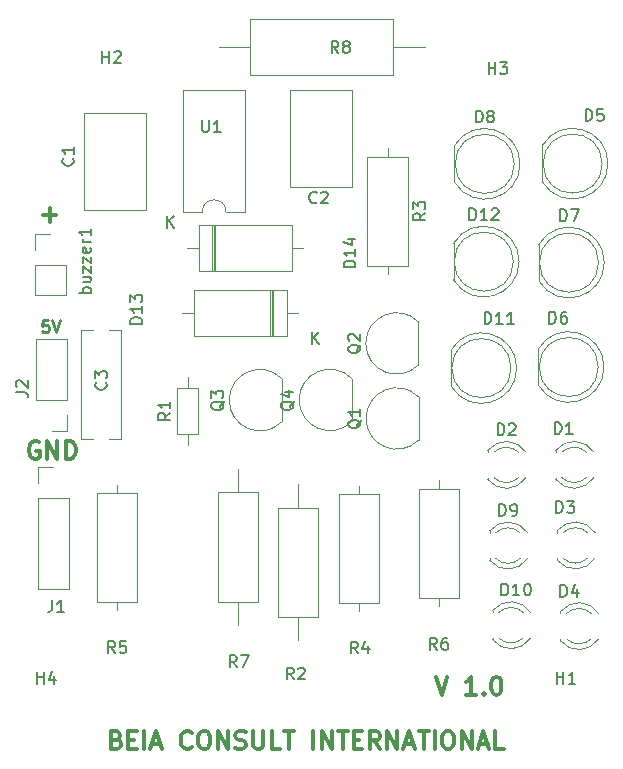
<source format=gbr>
%TF.GenerationSoftware,KiCad,Pcbnew,(5.1.10)-1*%
%TF.CreationDate,2021-11-22T13:12:16+02:00*%
%TF.ProjectId,25-station-led-alarm,32352d73-7461-4746-996f-6e2d6c65642d,rev?*%
%TF.SameCoordinates,Original*%
%TF.FileFunction,Legend,Top*%
%TF.FilePolarity,Positive*%
%FSLAX46Y46*%
G04 Gerber Fmt 4.6, Leading zero omitted, Abs format (unit mm)*
G04 Created by KiCad (PCBNEW (5.1.10)-1) date 2021-11-22 13:12:16*
%MOMM*%
%LPD*%
G01*
G04 APERTURE LIST*
%ADD10C,0.300000*%
%ADD11C,0.250000*%
%ADD12C,0.120000*%
%ADD13C,0.150000*%
G04 APERTURE END LIST*
D10*
X99385262Y-132701600D02*
X99242405Y-132630171D01*
X99028120Y-132630171D01*
X98813834Y-132701600D01*
X98670977Y-132844457D01*
X98599548Y-132987314D01*
X98528120Y-133273028D01*
X98528120Y-133487314D01*
X98599548Y-133773028D01*
X98670977Y-133915885D01*
X98813834Y-134058742D01*
X99028120Y-134130171D01*
X99170977Y-134130171D01*
X99385262Y-134058742D01*
X99456691Y-133987314D01*
X99456691Y-133487314D01*
X99170977Y-133487314D01*
X100099548Y-134130171D02*
X100099548Y-132630171D01*
X100956691Y-134130171D01*
X100956691Y-132630171D01*
X101670977Y-134130171D02*
X101670977Y-132630171D01*
X102028120Y-132630171D01*
X102242405Y-132701600D01*
X102385262Y-132844457D01*
X102456691Y-132987314D01*
X102528120Y-133273028D01*
X102528120Y-133487314D01*
X102456691Y-133773028D01*
X102385262Y-133915885D01*
X102242405Y-134058742D01*
X102028120Y-134130171D01*
X101670977Y-134130171D01*
X132982057Y-152574251D02*
X133482057Y-154074251D01*
X133982057Y-152574251D01*
X136410628Y-154074251D02*
X135553485Y-154074251D01*
X135982057Y-154074251D02*
X135982057Y-152574251D01*
X135839200Y-152788537D01*
X135696342Y-152931394D01*
X135553485Y-153002822D01*
X137053485Y-153931394D02*
X137124914Y-154002822D01*
X137053485Y-154074251D01*
X136982057Y-154002822D01*
X137053485Y-153931394D01*
X137053485Y-154074251D01*
X138053485Y-152574251D02*
X138196342Y-152574251D01*
X138339200Y-152645680D01*
X138410628Y-152717108D01*
X138482057Y-152859965D01*
X138553485Y-153145680D01*
X138553485Y-153502822D01*
X138482057Y-153788537D01*
X138410628Y-153931394D01*
X138339200Y-154002822D01*
X138196342Y-154074251D01*
X138053485Y-154074251D01*
X137910628Y-154002822D01*
X137839200Y-153931394D01*
X137767771Y-153788537D01*
X137696342Y-153502822D01*
X137696342Y-153145680D01*
X137767771Y-152859965D01*
X137839200Y-152717108D01*
X137910628Y-152645680D01*
X138053485Y-152574251D01*
D11*
X100203023Y-122388380D02*
X99726833Y-122388380D01*
X99679214Y-122864571D01*
X99726833Y-122816952D01*
X99822071Y-122769333D01*
X100060166Y-122769333D01*
X100155404Y-122816952D01*
X100203023Y-122864571D01*
X100250642Y-122959809D01*
X100250642Y-123197904D01*
X100203023Y-123293142D01*
X100155404Y-123340761D01*
X100060166Y-123388380D01*
X99822071Y-123388380D01*
X99726833Y-123340761D01*
X99679214Y-123293142D01*
X100536357Y-122388380D02*
X100869690Y-123388380D01*
X101203023Y-122388380D01*
D10*
X99733171Y-113480042D02*
X100876028Y-113480042D01*
X100304600Y-114051471D02*
X100304600Y-112908614D01*
X105964285Y-157892857D02*
X106178571Y-157964285D01*
X106250000Y-158035714D01*
X106321428Y-158178571D01*
X106321428Y-158392857D01*
X106250000Y-158535714D01*
X106178571Y-158607142D01*
X106035714Y-158678571D01*
X105464285Y-158678571D01*
X105464285Y-157178571D01*
X105964285Y-157178571D01*
X106107142Y-157250000D01*
X106178571Y-157321428D01*
X106250000Y-157464285D01*
X106250000Y-157607142D01*
X106178571Y-157750000D01*
X106107142Y-157821428D01*
X105964285Y-157892857D01*
X105464285Y-157892857D01*
X106964285Y-157892857D02*
X107464285Y-157892857D01*
X107678571Y-158678571D02*
X106964285Y-158678571D01*
X106964285Y-157178571D01*
X107678571Y-157178571D01*
X108321428Y-158678571D02*
X108321428Y-157178571D01*
X108964285Y-158250000D02*
X109678571Y-158250000D01*
X108821428Y-158678571D02*
X109321428Y-157178571D01*
X109821428Y-158678571D01*
X112321428Y-158535714D02*
X112250000Y-158607142D01*
X112035714Y-158678571D01*
X111892857Y-158678571D01*
X111678571Y-158607142D01*
X111535714Y-158464285D01*
X111464285Y-158321428D01*
X111392857Y-158035714D01*
X111392857Y-157821428D01*
X111464285Y-157535714D01*
X111535714Y-157392857D01*
X111678571Y-157250000D01*
X111892857Y-157178571D01*
X112035714Y-157178571D01*
X112250000Y-157250000D01*
X112321428Y-157321428D01*
X113250000Y-157178571D02*
X113535714Y-157178571D01*
X113678571Y-157250000D01*
X113821428Y-157392857D01*
X113892857Y-157678571D01*
X113892857Y-158178571D01*
X113821428Y-158464285D01*
X113678571Y-158607142D01*
X113535714Y-158678571D01*
X113250000Y-158678571D01*
X113107142Y-158607142D01*
X112964285Y-158464285D01*
X112892857Y-158178571D01*
X112892857Y-157678571D01*
X112964285Y-157392857D01*
X113107142Y-157250000D01*
X113250000Y-157178571D01*
X114535714Y-158678571D02*
X114535714Y-157178571D01*
X115392857Y-158678571D01*
X115392857Y-157178571D01*
X116035714Y-158607142D02*
X116250000Y-158678571D01*
X116607142Y-158678571D01*
X116750000Y-158607142D01*
X116821428Y-158535714D01*
X116892857Y-158392857D01*
X116892857Y-158250000D01*
X116821428Y-158107142D01*
X116750000Y-158035714D01*
X116607142Y-157964285D01*
X116321428Y-157892857D01*
X116178571Y-157821428D01*
X116107142Y-157750000D01*
X116035714Y-157607142D01*
X116035714Y-157464285D01*
X116107142Y-157321428D01*
X116178571Y-157250000D01*
X116321428Y-157178571D01*
X116678571Y-157178571D01*
X116892857Y-157250000D01*
X117535714Y-157178571D02*
X117535714Y-158392857D01*
X117607142Y-158535714D01*
X117678571Y-158607142D01*
X117821428Y-158678571D01*
X118107142Y-158678571D01*
X118250000Y-158607142D01*
X118321428Y-158535714D01*
X118392857Y-158392857D01*
X118392857Y-157178571D01*
X119821428Y-158678571D02*
X119107142Y-158678571D01*
X119107142Y-157178571D01*
X120107142Y-157178571D02*
X120964285Y-157178571D01*
X120535714Y-158678571D02*
X120535714Y-157178571D01*
X122607142Y-158678571D02*
X122607142Y-157178571D01*
X123321428Y-158678571D02*
X123321428Y-157178571D01*
X124178571Y-158678571D01*
X124178571Y-157178571D01*
X124678571Y-157178571D02*
X125535714Y-157178571D01*
X125107142Y-158678571D02*
X125107142Y-157178571D01*
X126035714Y-157892857D02*
X126535714Y-157892857D01*
X126749999Y-158678571D02*
X126035714Y-158678571D01*
X126035714Y-157178571D01*
X126749999Y-157178571D01*
X128249999Y-158678571D02*
X127749999Y-157964285D01*
X127392857Y-158678571D02*
X127392857Y-157178571D01*
X127964285Y-157178571D01*
X128107142Y-157250000D01*
X128178571Y-157321428D01*
X128249999Y-157464285D01*
X128249999Y-157678571D01*
X128178571Y-157821428D01*
X128107142Y-157892857D01*
X127964285Y-157964285D01*
X127392857Y-157964285D01*
X128892857Y-158678571D02*
X128892857Y-157178571D01*
X129749999Y-158678571D01*
X129749999Y-157178571D01*
X130392857Y-158250000D02*
X131107142Y-158250000D01*
X130249999Y-158678571D02*
X130749999Y-157178571D01*
X131249999Y-158678571D01*
X131535714Y-157178571D02*
X132392857Y-157178571D01*
X131964285Y-158678571D02*
X131964285Y-157178571D01*
X132892857Y-158678571D02*
X132892857Y-157178571D01*
X133892857Y-157178571D02*
X134178571Y-157178571D01*
X134321428Y-157250000D01*
X134464285Y-157392857D01*
X134535714Y-157678571D01*
X134535714Y-158178571D01*
X134464285Y-158464285D01*
X134321428Y-158607142D01*
X134178571Y-158678571D01*
X133892857Y-158678571D01*
X133749999Y-158607142D01*
X133607142Y-158464285D01*
X133535714Y-158178571D01*
X133535714Y-157678571D01*
X133607142Y-157392857D01*
X133749999Y-157250000D01*
X133892857Y-157178571D01*
X135178571Y-158678571D02*
X135178571Y-157178571D01*
X136035714Y-158678571D01*
X136035714Y-157178571D01*
X136678571Y-158250000D02*
X137392857Y-158250000D01*
X136535714Y-158678571D02*
X137035714Y-157178571D01*
X137535714Y-158678571D01*
X138750000Y-158678571D02*
X138035714Y-158678571D01*
X138035714Y-157178571D01*
D12*
%TO.C,R4*%
X126507240Y-147006440D02*
X126507240Y-146316440D01*
X126507240Y-136386440D02*
X126507240Y-137076440D01*
X128227240Y-146316440D02*
X128227240Y-137076440D01*
X124787240Y-146316440D02*
X128227240Y-146316440D01*
X124787240Y-137076440D02*
X124787240Y-146316440D01*
X128227240Y-137076440D02*
X124787240Y-137076440D01*
%TO.C,buzzer1*%
X99025400Y-120278200D02*
X101685400Y-120278200D01*
X99025400Y-117678200D02*
X99025400Y-120278200D01*
X101685400Y-117678200D02*
X101685400Y-120278200D01*
X99025400Y-117678200D02*
X101685400Y-117678200D01*
X99025400Y-116408200D02*
X99025400Y-115078200D01*
X99025400Y-115078200D02*
X100355400Y-115078200D01*
%TO.C,J2*%
X101797160Y-131751380D02*
X100467160Y-131751380D01*
X101797160Y-130421380D02*
X101797160Y-131751380D01*
X101797160Y-129151380D02*
X99137160Y-129151380D01*
X99137160Y-129151380D02*
X99137160Y-124011380D01*
X101797160Y-129151380D02*
X101797160Y-124011380D01*
X101797160Y-124011380D02*
X99137160Y-124011380D01*
%TO.C,J1*%
X99276860Y-134839400D02*
X100606860Y-134839400D01*
X99276860Y-136169400D02*
X99276860Y-134839400D01*
X99276860Y-137439400D02*
X101936860Y-137439400D01*
X101936860Y-137439400D02*
X101936860Y-145119400D01*
X99276860Y-137439400D02*
X99276860Y-145119400D01*
X99276860Y-145119400D02*
X101936860Y-145119400D01*
%TO.C,D13*%
X119239000Y-123687600D02*
X119239000Y-119847600D01*
X118999000Y-123687600D02*
X118999000Y-119847600D01*
X119119000Y-123687600D02*
X119119000Y-119847600D01*
X111549000Y-121767600D02*
X112539000Y-121767600D01*
X121369000Y-121767600D02*
X120379000Y-121767600D01*
X112539000Y-123687600D02*
X120379000Y-123687600D01*
X112539000Y-119847600D02*
X112539000Y-123687600D01*
X120379000Y-119847600D02*
X112539000Y-119847600D01*
X120379000Y-123687600D02*
X120379000Y-119847600D01*
%TO.C,R5*%
X104280000Y-146270000D02*
X107720000Y-146270000D01*
X107720000Y-146270000D02*
X107720000Y-137030000D01*
X107720000Y-137030000D02*
X104280000Y-137030000D01*
X104280000Y-137030000D02*
X104280000Y-146270000D01*
X106000000Y-146960000D02*
X106000000Y-146270000D01*
X106000000Y-136340000D02*
X106000000Y-137030000D01*
%TO.C,R2*%
X121335800Y-149442300D02*
X121335800Y-147482300D01*
X121335800Y-136282300D02*
X121335800Y-138242300D01*
X123055800Y-147482300D02*
X123055800Y-138242300D01*
X119615800Y-147482300D02*
X123055800Y-147482300D01*
X119615800Y-138242300D02*
X119615800Y-147482300D01*
X123055800Y-138242300D02*
X119615800Y-138242300D01*
%TO.C,R7*%
X117963100Y-136959600D02*
X114523100Y-136959600D01*
X114523100Y-136959600D02*
X114523100Y-146199600D01*
X114523100Y-146199600D02*
X117963100Y-146199600D01*
X117963100Y-146199600D02*
X117963100Y-136959600D01*
X116243100Y-134999600D02*
X116243100Y-136959600D01*
X116243100Y-148159600D02*
X116243100Y-146199600D01*
%TO.C,C3*%
X105313000Y-123176600D02*
X106369000Y-123176600D01*
X102927000Y-123176600D02*
X103983000Y-123176600D01*
X105313000Y-132416600D02*
X106369000Y-132416600D01*
X102927000Y-132416600D02*
X103983000Y-132416600D01*
X106369000Y-132416600D02*
X106369000Y-123176600D01*
X102927000Y-132416600D02*
X102927000Y-123176600D01*
%TO.C,D1*%
X143151420Y-133394160D02*
X143151420Y-133550160D01*
X143151420Y-135710160D02*
X143151420Y-135866160D01*
X146383755Y-133551552D02*
G75*
G03*
X143151420Y-133394644I-1672335J-1078608D01*
G01*
X146383755Y-135708768D02*
G75*
G02*
X143151420Y-135865676I-1672335J1078608D01*
G01*
X145752550Y-133550323D02*
G75*
G03*
X143670459Y-133550160I-1041130J-1079837D01*
G01*
X145752550Y-135709997D02*
G75*
G02*
X143670459Y-135710160I-1041130J1079837D01*
G01*
%TO.C,D2*%
X137400860Y-135715240D02*
X137400860Y-135871240D01*
X137400860Y-133399240D02*
X137400860Y-133555240D01*
X140633195Y-133556632D02*
G75*
G03*
X137400860Y-133399724I-1672335J-1078608D01*
G01*
X140633195Y-135713848D02*
G75*
G02*
X137400860Y-135870756I-1672335J1078608D01*
G01*
X140001990Y-133555403D02*
G75*
G03*
X137919899Y-133555240I-1041130J-1079837D01*
G01*
X140001990Y-135715077D02*
G75*
G02*
X137919899Y-135715240I-1041130J1079837D01*
G01*
%TO.C,D3*%
X143253020Y-140214060D02*
X143253020Y-140370060D01*
X143253020Y-142530060D02*
X143253020Y-142686060D01*
X145854150Y-142529897D02*
G75*
G02*
X143772059Y-142530060I-1041130J1079837D01*
G01*
X145854150Y-140370223D02*
G75*
G03*
X143772059Y-140370060I-1041130J-1079837D01*
G01*
X146485355Y-142528668D02*
G75*
G02*
X143253020Y-142685576I-1672335J1078608D01*
G01*
X146485355Y-140371452D02*
G75*
G03*
X143253020Y-140214544I-1672335J-1078608D01*
G01*
%TO.C,D4*%
X143555280Y-149365200D02*
X143555280Y-149521200D01*
X143555280Y-147049200D02*
X143555280Y-147205200D01*
X146787615Y-147206592D02*
G75*
G03*
X143555280Y-147049684I-1672335J-1078608D01*
G01*
X146787615Y-149363808D02*
G75*
G02*
X143555280Y-149520716I-1672335J1078608D01*
G01*
X146156410Y-147205363D02*
G75*
G03*
X144074319Y-147205200I-1041130J-1079837D01*
G01*
X146156410Y-149365037D02*
G75*
G02*
X144074319Y-149365200I-1041130J1079837D01*
G01*
%TO.C,D5*%
X147084469Y-109123161D02*
G75*
G03*
X147084469Y-109123161I-2500000J0D01*
G01*
X142024469Y-107578161D02*
X142024469Y-110668161D01*
X147574469Y-109122699D02*
G75*
G02*
X142024469Y-110667991I-2990000J-462D01*
G01*
X147574469Y-109123623D02*
G75*
G03*
X142024469Y-107578331I-2990000J462D01*
G01*
%TO.C,D6*%
X141689140Y-124799680D02*
X141689140Y-127889680D01*
X146749140Y-126344680D02*
G75*
G03*
X146749140Y-126344680I-2500000J0D01*
G01*
X147239140Y-126345142D02*
G75*
G03*
X141689140Y-124799850I-2990000J462D01*
G01*
X147239140Y-126344218D02*
G75*
G02*
X141689140Y-127889510I-2990000J-462D01*
G01*
%TO.C,D7*%
X146774540Y-117502940D02*
G75*
G03*
X146774540Y-117502940I-2500000J0D01*
G01*
X141714540Y-115957940D02*
X141714540Y-119047940D01*
X147264540Y-117502478D02*
G75*
G02*
X141714540Y-119047770I-2990000J-462D01*
G01*
X147264540Y-117503402D02*
G75*
G03*
X141714540Y-115958110I-2990000J462D01*
G01*
%TO.C,D8*%
X134577140Y-107598800D02*
X134577140Y-110688800D01*
X139637140Y-109143800D02*
G75*
G03*
X139637140Y-109143800I-2500000J0D01*
G01*
X140127140Y-109144262D02*
G75*
G03*
X134577140Y-107598970I-2990000J462D01*
G01*
X140127140Y-109143338D02*
G75*
G02*
X134577140Y-110688630I-2990000J-462D01*
G01*
%TO.C,D9*%
X137545640Y-142545300D02*
X137545640Y-142701300D01*
X137545640Y-140229300D02*
X137545640Y-140385300D01*
X140777975Y-140386692D02*
G75*
G03*
X137545640Y-140229784I-1672335J-1078608D01*
G01*
X140777975Y-142543908D02*
G75*
G02*
X137545640Y-142700816I-1672335J1078608D01*
G01*
X140146770Y-140385463D02*
G75*
G03*
X138064679Y-140385300I-1041130J-1079837D01*
G01*
X140146770Y-142545137D02*
G75*
G02*
X138064679Y-142545300I-1041130J1079837D01*
G01*
%TO.C,D10*%
X137802180Y-146970460D02*
X137802180Y-147126460D01*
X137802180Y-149286460D02*
X137802180Y-149442460D01*
X140403310Y-149286297D02*
G75*
G02*
X138321219Y-149286460I-1041130J1079837D01*
G01*
X140403310Y-147126623D02*
G75*
G03*
X138321219Y-147126460I-1041130J-1079837D01*
G01*
X141034515Y-149285068D02*
G75*
G02*
X137802180Y-149441976I-1672335J1078608D01*
G01*
X141034515Y-147127852D02*
G75*
G03*
X137802180Y-146970944I-1672335J-1078608D01*
G01*
%TO.C,D11*%
X139360280Y-126436120D02*
G75*
G03*
X139360280Y-126436120I-2500000J0D01*
G01*
X134300280Y-124891120D02*
X134300280Y-127981120D01*
X139850280Y-126435658D02*
G75*
G02*
X134300280Y-127980950I-2990000J-462D01*
G01*
X139850280Y-126436582D02*
G75*
G03*
X134300280Y-124891290I-2990000J462D01*
G01*
%TO.C,D12*%
X134498400Y-115879200D02*
X134498400Y-118969200D01*
X139558400Y-117424200D02*
G75*
G03*
X139558400Y-117424200I-2500000J0D01*
G01*
X140048400Y-117424662D02*
G75*
G03*
X134498400Y-115879370I-2990000J462D01*
G01*
X140048400Y-117423738D02*
G75*
G02*
X134498400Y-118969030I-2990000J-462D01*
G01*
%TO.C,R3*%
X128927860Y-118461920D02*
X128927860Y-117771920D01*
X128927860Y-107841920D02*
X128927860Y-108531920D01*
X130647860Y-117771920D02*
X130647860Y-108531920D01*
X127207860Y-117771920D02*
X130647860Y-117771920D01*
X127207860Y-108531920D02*
X127207860Y-117771920D01*
X130647860Y-108531920D02*
X127207860Y-108531920D01*
%TO.C,R6*%
X131556340Y-145871940D02*
X134996340Y-145871940D01*
X134996340Y-145871940D02*
X134996340Y-136631940D01*
X134996340Y-136631940D02*
X131556340Y-136631940D01*
X131556340Y-136631940D02*
X131556340Y-145871940D01*
X133276340Y-146561940D02*
X133276340Y-145871940D01*
X133276340Y-135941940D02*
X133276340Y-136631940D01*
%TO.C,C1*%
X103234500Y-104809800D02*
X108474500Y-104809800D01*
X103234500Y-113049800D02*
X108474500Y-113049800D01*
X108474500Y-113049800D02*
X108474500Y-104809800D01*
X103234500Y-113049800D02*
X103234500Y-104809800D01*
%TO.C,C2*%
X120620800Y-111144800D02*
X120620800Y-102904800D01*
X125860800Y-111144800D02*
X125860800Y-102904800D01*
X120620800Y-111144800D02*
X125860800Y-111144800D01*
X120620800Y-102904800D02*
X125860800Y-102904800D01*
%TO.C,D14*%
X114085400Y-114361200D02*
X114085400Y-118201200D01*
X114325400Y-114361200D02*
X114325400Y-118201200D01*
X114205400Y-114361200D02*
X114205400Y-118201200D01*
X121775400Y-116281200D02*
X120785400Y-116281200D01*
X111955400Y-116281200D02*
X112945400Y-116281200D01*
X120785400Y-114361200D02*
X112945400Y-114361200D01*
X120785400Y-118201200D02*
X120785400Y-114361200D01*
X112945400Y-118201200D02*
X120785400Y-118201200D01*
X112945400Y-114361200D02*
X112945400Y-118201200D01*
%TO.C,R1*%
X111975900Y-127190700D02*
X111975900Y-128140700D01*
X111975900Y-132930700D02*
X111975900Y-131980700D01*
X111055900Y-128140700D02*
X111055900Y-131980700D01*
X112895900Y-128140700D02*
X111055900Y-128140700D01*
X112895900Y-131980700D02*
X112895900Y-128140700D01*
X111055900Y-131980700D02*
X112895900Y-131980700D01*
%TO.C,R8*%
X114622400Y-99212400D02*
X117272400Y-99212400D01*
X132062400Y-99212400D02*
X129412400Y-99212400D01*
X117272400Y-101582400D02*
X129412400Y-101582400D01*
X117272400Y-96842400D02*
X117272400Y-101582400D01*
X129412400Y-96842400D02*
X117272400Y-96842400D01*
X129412400Y-101582400D02*
X129412400Y-96842400D01*
%TO.C,U1*%
X111573800Y-113191600D02*
X113223800Y-113191600D01*
X111573800Y-102911600D02*
X111573800Y-113191600D01*
X116873800Y-102911600D02*
X111573800Y-102911600D01*
X116873800Y-113191600D02*
X116873800Y-102911600D01*
X115223800Y-113191600D02*
X116873800Y-113191600D01*
X113223800Y-113191600D02*
G75*
G02*
X115223800Y-113191600I1000000J0D01*
G01*
%TO.C,Q1*%
X131530878Y-128864842D02*
G75*
G03*
X127092400Y-130703320I-1838478J-1838478D01*
G01*
X131530878Y-132541798D02*
G75*
G02*
X127092400Y-130703320I-1838478J1838478D01*
G01*
X131542400Y-132503320D02*
X131542400Y-128903320D01*
%TO.C,Q2*%
X131522080Y-126148240D02*
X131522080Y-122548240D01*
X131510558Y-126186718D02*
G75*
G02*
X127072080Y-124348240I-1838478J1838478D01*
G01*
X131510558Y-122509762D02*
G75*
G03*
X127072080Y-124348240I-1838478J-1838478D01*
G01*
%TO.C,Q3*%
X119954920Y-130948840D02*
X119954920Y-127348840D01*
X119943398Y-130987318D02*
G75*
G02*
X115504920Y-129148840I-1838478J1838478D01*
G01*
X119943398Y-127310362D02*
G75*
G03*
X115504920Y-129148840I-1838478J-1838478D01*
G01*
%TO.C,Q4*%
X125866678Y-127295122D02*
G75*
G03*
X121428200Y-129133600I-1838478J-1838478D01*
G01*
X125866678Y-130972078D02*
G75*
G02*
X121428200Y-129133600I-1838478J1838478D01*
G01*
X125878200Y-130933600D02*
X125878200Y-127333600D01*
%TO.C,R4*%
D13*
X126391373Y-150591780D02*
X126058040Y-150115590D01*
X125819944Y-150591780D02*
X125819944Y-149591780D01*
X126200897Y-149591780D01*
X126296135Y-149639400D01*
X126343754Y-149687019D01*
X126391373Y-149782257D01*
X126391373Y-149925114D01*
X126343754Y-150020352D01*
X126296135Y-150067971D01*
X126200897Y-150115590D01*
X125819944Y-150115590D01*
X127248516Y-149925114D02*
X127248516Y-150591780D01*
X127010420Y-149544161D02*
X126772325Y-150258447D01*
X127391373Y-150258447D01*
%TO.C,buzzer1*%
X103766880Y-120063876D02*
X102766880Y-120063876D01*
X103147833Y-120063876D02*
X103100214Y-119968638D01*
X103100214Y-119778161D01*
X103147833Y-119682923D01*
X103195452Y-119635304D01*
X103290690Y-119587685D01*
X103576404Y-119587685D01*
X103671642Y-119635304D01*
X103719261Y-119682923D01*
X103766880Y-119778161D01*
X103766880Y-119968638D01*
X103719261Y-120063876D01*
X103100214Y-118730542D02*
X103766880Y-118730542D01*
X103100214Y-119159114D02*
X103624023Y-119159114D01*
X103719261Y-119111495D01*
X103766880Y-119016257D01*
X103766880Y-118873400D01*
X103719261Y-118778161D01*
X103671642Y-118730542D01*
X103100214Y-118349590D02*
X103100214Y-117825780D01*
X103766880Y-118349590D01*
X103766880Y-117825780D01*
X103100214Y-117540066D02*
X103100214Y-117016257D01*
X103766880Y-117540066D01*
X103766880Y-117016257D01*
X103719261Y-116254352D02*
X103766880Y-116349590D01*
X103766880Y-116540066D01*
X103719261Y-116635304D01*
X103624023Y-116682923D01*
X103243071Y-116682923D01*
X103147833Y-116635304D01*
X103100214Y-116540066D01*
X103100214Y-116349590D01*
X103147833Y-116254352D01*
X103243071Y-116206733D01*
X103338309Y-116206733D01*
X103433547Y-116682923D01*
X103766880Y-115778161D02*
X103100214Y-115778161D01*
X103290690Y-115778161D02*
X103195452Y-115730542D01*
X103147833Y-115682923D01*
X103100214Y-115587685D01*
X103100214Y-115492447D01*
X103766880Y-114635304D02*
X103766880Y-115206733D01*
X103766880Y-114921019D02*
X102766880Y-114921019D01*
X102909738Y-115016257D01*
X103004976Y-115111495D01*
X103052595Y-115206733D01*
%TO.C,J2*%
X97432880Y-128463633D02*
X98147166Y-128463633D01*
X98290023Y-128511252D01*
X98385261Y-128606490D01*
X98432880Y-128749347D01*
X98432880Y-128844585D01*
X97528119Y-128035061D02*
X97480500Y-127987442D01*
X97432880Y-127892204D01*
X97432880Y-127654109D01*
X97480500Y-127558871D01*
X97528119Y-127511252D01*
X97623357Y-127463633D01*
X97718595Y-127463633D01*
X97861452Y-127511252D01*
X98432880Y-128082680D01*
X98432880Y-127463633D01*
%TO.C,J1*%
X100517366Y-146086580D02*
X100517366Y-146800866D01*
X100469747Y-146943723D01*
X100374509Y-147038961D01*
X100231652Y-147086580D01*
X100136414Y-147086580D01*
X101517366Y-147086580D02*
X100945938Y-147086580D01*
X101231652Y-147086580D02*
X101231652Y-146086580D01*
X101136414Y-146229438D01*
X101041176Y-146324676D01*
X100945938Y-146372295D01*
%TO.C,D13*%
X108135680Y-122689785D02*
X107135680Y-122689785D01*
X107135680Y-122451690D01*
X107183300Y-122308833D01*
X107278538Y-122213595D01*
X107373776Y-122165976D01*
X107564252Y-122118357D01*
X107707109Y-122118357D01*
X107897585Y-122165976D01*
X107992823Y-122213595D01*
X108088061Y-122308833D01*
X108135680Y-122451690D01*
X108135680Y-122689785D01*
X108135680Y-121165976D02*
X108135680Y-121737404D01*
X108135680Y-121451690D02*
X107135680Y-121451690D01*
X107278538Y-121546928D01*
X107373776Y-121642166D01*
X107421395Y-121737404D01*
X107135680Y-120832642D02*
X107135680Y-120213595D01*
X107516633Y-120546928D01*
X107516633Y-120404071D01*
X107564252Y-120308833D01*
X107611871Y-120261214D01*
X107707109Y-120213595D01*
X107945204Y-120213595D01*
X108040442Y-120261214D01*
X108088061Y-120308833D01*
X108135680Y-120404071D01*
X108135680Y-120689785D01*
X108088061Y-120785023D01*
X108040442Y-120832642D01*
X122547095Y-124419980D02*
X122547095Y-123419980D01*
X123118523Y-124419980D02*
X122689952Y-123848552D01*
X123118523Y-123419980D02*
X122547095Y-123991409D01*
%TO.C,R5*%
X105846033Y-150547880D02*
X105512700Y-150071690D01*
X105274604Y-150547880D02*
X105274604Y-149547880D01*
X105655557Y-149547880D01*
X105750795Y-149595500D01*
X105798414Y-149643119D01*
X105846033Y-149738357D01*
X105846033Y-149881214D01*
X105798414Y-149976452D01*
X105750795Y-150024071D01*
X105655557Y-150071690D01*
X105274604Y-150071690D01*
X106750795Y-149547880D02*
X106274604Y-149547880D01*
X106226985Y-150024071D01*
X106274604Y-149976452D01*
X106369842Y-149928833D01*
X106607938Y-149928833D01*
X106703176Y-149976452D01*
X106750795Y-150024071D01*
X106798414Y-150119309D01*
X106798414Y-150357404D01*
X106750795Y-150452642D01*
X106703176Y-150500261D01*
X106607938Y-150547880D01*
X106369842Y-150547880D01*
X106274604Y-150500261D01*
X106226985Y-150452642D01*
%TO.C,R2*%
X120971013Y-152801580D02*
X120637680Y-152325390D01*
X120399584Y-152801580D02*
X120399584Y-151801580D01*
X120780537Y-151801580D01*
X120875775Y-151849200D01*
X120923394Y-151896819D01*
X120971013Y-151992057D01*
X120971013Y-152134914D01*
X120923394Y-152230152D01*
X120875775Y-152277771D01*
X120780537Y-152325390D01*
X120399584Y-152325390D01*
X121351965Y-151896819D02*
X121399584Y-151849200D01*
X121494822Y-151801580D01*
X121732918Y-151801580D01*
X121828156Y-151849200D01*
X121875775Y-151896819D01*
X121923394Y-151992057D01*
X121923394Y-152087295D01*
X121875775Y-152230152D01*
X121304346Y-152801580D01*
X121923394Y-152801580D01*
%TO.C,R7*%
X116145013Y-151765260D02*
X115811680Y-151289070D01*
X115573584Y-151765260D02*
X115573584Y-150765260D01*
X115954537Y-150765260D01*
X116049775Y-150812880D01*
X116097394Y-150860499D01*
X116145013Y-150955737D01*
X116145013Y-151098594D01*
X116097394Y-151193832D01*
X116049775Y-151241451D01*
X115954537Y-151289070D01*
X115573584Y-151289070D01*
X116478346Y-150765260D02*
X117145013Y-150765260D01*
X116716441Y-151765260D01*
%TO.C,C3*%
X105043242Y-127636566D02*
X105090861Y-127684185D01*
X105138480Y-127827042D01*
X105138480Y-127922280D01*
X105090861Y-128065138D01*
X104995623Y-128160376D01*
X104900385Y-128207995D01*
X104709909Y-128255614D01*
X104567052Y-128255614D01*
X104376576Y-128207995D01*
X104281338Y-128160376D01*
X104186100Y-128065138D01*
X104138480Y-127922280D01*
X104138480Y-127827042D01*
X104186100Y-127684185D01*
X104233719Y-127636566D01*
X104138480Y-127303233D02*
X104138480Y-126684185D01*
X104519433Y-127017519D01*
X104519433Y-126874661D01*
X104567052Y-126779423D01*
X104614671Y-126731804D01*
X104709909Y-126684185D01*
X104948004Y-126684185D01*
X105043242Y-126731804D01*
X105090861Y-126779423D01*
X105138480Y-126874661D01*
X105138480Y-127160376D01*
X105090861Y-127255614D01*
X105043242Y-127303233D01*
%TO.C,D1*%
X143076704Y-132024380D02*
X143076704Y-131024380D01*
X143314800Y-131024380D01*
X143457657Y-131072000D01*
X143552895Y-131167238D01*
X143600514Y-131262476D01*
X143648133Y-131452952D01*
X143648133Y-131595809D01*
X143600514Y-131786285D01*
X143552895Y-131881523D01*
X143457657Y-131976761D01*
X143314800Y-132024380D01*
X143076704Y-132024380D01*
X144600514Y-132024380D02*
X144029085Y-132024380D01*
X144314800Y-132024380D02*
X144314800Y-131024380D01*
X144219561Y-131167238D01*
X144124323Y-131262476D01*
X144029085Y-131310095D01*
%TO.C,D2*%
X138222764Y-132127620D02*
X138222764Y-131127620D01*
X138460860Y-131127620D01*
X138603717Y-131175240D01*
X138698955Y-131270478D01*
X138746574Y-131365716D01*
X138794193Y-131556192D01*
X138794193Y-131699049D01*
X138746574Y-131889525D01*
X138698955Y-131984763D01*
X138603717Y-132080001D01*
X138460860Y-132127620D01*
X138222764Y-132127620D01*
X139175145Y-131222859D02*
X139222764Y-131175240D01*
X139318002Y-131127620D01*
X139556098Y-131127620D01*
X139651336Y-131175240D01*
X139698955Y-131222859D01*
X139746574Y-131318097D01*
X139746574Y-131413335D01*
X139698955Y-131556192D01*
X139127526Y-132127620D01*
X139746574Y-132127620D01*
%TO.C,D3*%
X143191004Y-138691880D02*
X143191004Y-137691880D01*
X143429100Y-137691880D01*
X143571957Y-137739500D01*
X143667195Y-137834738D01*
X143714814Y-137929976D01*
X143762433Y-138120452D01*
X143762433Y-138263309D01*
X143714814Y-138453785D01*
X143667195Y-138549023D01*
X143571957Y-138644261D01*
X143429100Y-138691880D01*
X143191004Y-138691880D01*
X144095766Y-137691880D02*
X144714814Y-137691880D01*
X144381480Y-138072833D01*
X144524338Y-138072833D01*
X144619576Y-138120452D01*
X144667195Y-138168071D01*
X144714814Y-138263309D01*
X144714814Y-138501404D01*
X144667195Y-138596642D01*
X144619576Y-138644261D01*
X144524338Y-138691880D01*
X144238623Y-138691880D01*
X144143385Y-138644261D01*
X144095766Y-138596642D01*
%TO.C,D4*%
X143554224Y-145786100D02*
X143554224Y-144786100D01*
X143792320Y-144786100D01*
X143935177Y-144833720D01*
X144030415Y-144928958D01*
X144078034Y-145024196D01*
X144125653Y-145214672D01*
X144125653Y-145357529D01*
X144078034Y-145548005D01*
X144030415Y-145643243D01*
X143935177Y-145738481D01*
X143792320Y-145786100D01*
X143554224Y-145786100D01*
X144982796Y-145119434D02*
X144982796Y-145786100D01*
X144744700Y-144738481D02*
X144506605Y-145452767D01*
X145125653Y-145452767D01*
%TO.C,D5*%
X145680204Y-105506780D02*
X145680204Y-104506780D01*
X145918300Y-104506780D01*
X146061157Y-104554400D01*
X146156395Y-104649638D01*
X146204014Y-104744876D01*
X146251633Y-104935352D01*
X146251633Y-105078209D01*
X146204014Y-105268685D01*
X146156395Y-105363923D01*
X146061157Y-105459161D01*
X145918300Y-105506780D01*
X145680204Y-105506780D01*
X147156395Y-104506780D02*
X146680204Y-104506780D01*
X146632585Y-104982971D01*
X146680204Y-104935352D01*
X146775442Y-104887733D01*
X147013538Y-104887733D01*
X147108776Y-104935352D01*
X147156395Y-104982971D01*
X147204014Y-105078209D01*
X147204014Y-105316304D01*
X147156395Y-105411542D01*
X147108776Y-105459161D01*
X147013538Y-105506780D01*
X146775442Y-105506780D01*
X146680204Y-105459161D01*
X146632585Y-105411542D01*
%TO.C,D6*%
X142606804Y-122664480D02*
X142606804Y-121664480D01*
X142844900Y-121664480D01*
X142987757Y-121712100D01*
X143082995Y-121807338D01*
X143130614Y-121902576D01*
X143178233Y-122093052D01*
X143178233Y-122235909D01*
X143130614Y-122426385D01*
X143082995Y-122521623D01*
X142987757Y-122616861D01*
X142844900Y-122664480D01*
X142606804Y-122664480D01*
X144035376Y-121664480D02*
X143844900Y-121664480D01*
X143749661Y-121712100D01*
X143702042Y-121759719D01*
X143606804Y-121902576D01*
X143559185Y-122093052D01*
X143559185Y-122474004D01*
X143606804Y-122569242D01*
X143654423Y-122616861D01*
X143749661Y-122664480D01*
X143940138Y-122664480D01*
X144035376Y-122616861D01*
X144082995Y-122569242D01*
X144130614Y-122474004D01*
X144130614Y-122235909D01*
X144082995Y-122140671D01*
X144035376Y-122093052D01*
X143940138Y-122045433D01*
X143749661Y-122045433D01*
X143654423Y-122093052D01*
X143606804Y-122140671D01*
X143559185Y-122235909D01*
%TO.C,D7*%
X143536444Y-113995320D02*
X143536444Y-112995320D01*
X143774540Y-112995320D01*
X143917397Y-113042940D01*
X144012635Y-113138178D01*
X144060254Y-113233416D01*
X144107873Y-113423892D01*
X144107873Y-113566749D01*
X144060254Y-113757225D01*
X144012635Y-113852463D01*
X143917397Y-113947701D01*
X143774540Y-113995320D01*
X143536444Y-113995320D01*
X144441206Y-112995320D02*
X145107873Y-112995320D01*
X144679301Y-113995320D01*
%TO.C,D8*%
X136399044Y-105636180D02*
X136399044Y-104636180D01*
X136637140Y-104636180D01*
X136779997Y-104683800D01*
X136875235Y-104779038D01*
X136922854Y-104874276D01*
X136970473Y-105064752D01*
X136970473Y-105207609D01*
X136922854Y-105398085D01*
X136875235Y-105493323D01*
X136779997Y-105588561D01*
X136637140Y-105636180D01*
X136399044Y-105636180D01*
X137541901Y-105064752D02*
X137446663Y-105017133D01*
X137399044Y-104969514D01*
X137351425Y-104874276D01*
X137351425Y-104826657D01*
X137399044Y-104731419D01*
X137446663Y-104683800D01*
X137541901Y-104636180D01*
X137732378Y-104636180D01*
X137827616Y-104683800D01*
X137875235Y-104731419D01*
X137922854Y-104826657D01*
X137922854Y-104874276D01*
X137875235Y-104969514D01*
X137827616Y-105017133D01*
X137732378Y-105064752D01*
X137541901Y-105064752D01*
X137446663Y-105112371D01*
X137399044Y-105159990D01*
X137351425Y-105255228D01*
X137351425Y-105445704D01*
X137399044Y-105540942D01*
X137446663Y-105588561D01*
X137541901Y-105636180D01*
X137732378Y-105636180D01*
X137827616Y-105588561D01*
X137875235Y-105540942D01*
X137922854Y-105445704D01*
X137922854Y-105255228D01*
X137875235Y-105159990D01*
X137827616Y-105112371D01*
X137732378Y-105064752D01*
%TO.C,D9*%
X138367544Y-138957680D02*
X138367544Y-137957680D01*
X138605640Y-137957680D01*
X138748497Y-138005300D01*
X138843735Y-138100538D01*
X138891354Y-138195776D01*
X138938973Y-138386252D01*
X138938973Y-138529109D01*
X138891354Y-138719585D01*
X138843735Y-138814823D01*
X138748497Y-138910061D01*
X138605640Y-138957680D01*
X138367544Y-138957680D01*
X139415163Y-138957680D02*
X139605640Y-138957680D01*
X139700878Y-138910061D01*
X139748497Y-138862442D01*
X139843735Y-138719585D01*
X139891354Y-138529109D01*
X139891354Y-138148157D01*
X139843735Y-138052919D01*
X139796116Y-138005300D01*
X139700878Y-137957680D01*
X139510401Y-137957680D01*
X139415163Y-138005300D01*
X139367544Y-138052919D01*
X139319925Y-138148157D01*
X139319925Y-138386252D01*
X139367544Y-138481490D01*
X139415163Y-138529109D01*
X139510401Y-138576728D01*
X139700878Y-138576728D01*
X139796116Y-138529109D01*
X139843735Y-138481490D01*
X139891354Y-138386252D01*
%TO.C,D10*%
X138556834Y-145689580D02*
X138556834Y-144689580D01*
X138794929Y-144689580D01*
X138937786Y-144737200D01*
X139033024Y-144832438D01*
X139080643Y-144927676D01*
X139128262Y-145118152D01*
X139128262Y-145261009D01*
X139080643Y-145451485D01*
X139033024Y-145546723D01*
X138937786Y-145641961D01*
X138794929Y-145689580D01*
X138556834Y-145689580D01*
X140080643Y-145689580D02*
X139509215Y-145689580D01*
X139794929Y-145689580D02*
X139794929Y-144689580D01*
X139699691Y-144832438D01*
X139604453Y-144927676D01*
X139509215Y-144975295D01*
X140699691Y-144689580D02*
X140794929Y-144689580D01*
X140890167Y-144737200D01*
X140937786Y-144784819D01*
X140985405Y-144880057D01*
X141033024Y-145070533D01*
X141033024Y-145308628D01*
X140985405Y-145499104D01*
X140937786Y-145594342D01*
X140890167Y-145641961D01*
X140794929Y-145689580D01*
X140699691Y-145689580D01*
X140604453Y-145641961D01*
X140556834Y-145594342D01*
X140509215Y-145499104D01*
X140461596Y-145308628D01*
X140461596Y-145070533D01*
X140509215Y-144880057D01*
X140556834Y-144784819D01*
X140604453Y-144737200D01*
X140699691Y-144689580D01*
%TO.C,D11*%
X137139514Y-122702580D02*
X137139514Y-121702580D01*
X137377609Y-121702580D01*
X137520466Y-121750200D01*
X137615704Y-121845438D01*
X137663323Y-121940676D01*
X137710942Y-122131152D01*
X137710942Y-122274009D01*
X137663323Y-122464485D01*
X137615704Y-122559723D01*
X137520466Y-122654961D01*
X137377609Y-122702580D01*
X137139514Y-122702580D01*
X138663323Y-122702580D02*
X138091895Y-122702580D01*
X138377609Y-122702580D02*
X138377609Y-121702580D01*
X138282371Y-121845438D01*
X138187133Y-121940676D01*
X138091895Y-121988295D01*
X139615704Y-122702580D02*
X139044276Y-122702580D01*
X139329990Y-122702580D02*
X139329990Y-121702580D01*
X139234752Y-121845438D01*
X139139514Y-121940676D01*
X139044276Y-121988295D01*
%TO.C,D12*%
X135844114Y-113916580D02*
X135844114Y-112916580D01*
X136082209Y-112916580D01*
X136225066Y-112964200D01*
X136320304Y-113059438D01*
X136367923Y-113154676D01*
X136415542Y-113345152D01*
X136415542Y-113488009D01*
X136367923Y-113678485D01*
X136320304Y-113773723D01*
X136225066Y-113868961D01*
X136082209Y-113916580D01*
X135844114Y-113916580D01*
X137367923Y-113916580D02*
X136796495Y-113916580D01*
X137082209Y-113916580D02*
X137082209Y-112916580D01*
X136986971Y-113059438D01*
X136891733Y-113154676D01*
X136796495Y-113202295D01*
X137748876Y-113011819D02*
X137796495Y-112964200D01*
X137891733Y-112916580D01*
X138129828Y-112916580D01*
X138225066Y-112964200D01*
X138272685Y-113011819D01*
X138320304Y-113107057D01*
X138320304Y-113202295D01*
X138272685Y-113345152D01*
X137701257Y-113916580D01*
X138320304Y-113916580D01*
%TO.C,R3*%
X132100240Y-113318586D02*
X131624050Y-113651920D01*
X132100240Y-113890015D02*
X131100240Y-113890015D01*
X131100240Y-113509062D01*
X131147860Y-113413824D01*
X131195479Y-113366205D01*
X131290717Y-113318586D01*
X131433574Y-113318586D01*
X131528812Y-113366205D01*
X131576431Y-113413824D01*
X131624050Y-113509062D01*
X131624050Y-113890015D01*
X131100240Y-112985253D02*
X131100240Y-112366205D01*
X131481193Y-112699539D01*
X131481193Y-112556681D01*
X131528812Y-112461443D01*
X131576431Y-112413824D01*
X131671669Y-112366205D01*
X131909764Y-112366205D01*
X132005002Y-112413824D01*
X132052621Y-112461443D01*
X132100240Y-112556681D01*
X132100240Y-112842396D01*
X132052621Y-112937634D01*
X132005002Y-112985253D01*
%TO.C,R6*%
X133094433Y-150274280D02*
X132761100Y-149798090D01*
X132523004Y-150274280D02*
X132523004Y-149274280D01*
X132903957Y-149274280D01*
X132999195Y-149321900D01*
X133046814Y-149369519D01*
X133094433Y-149464757D01*
X133094433Y-149607614D01*
X133046814Y-149702852D01*
X132999195Y-149750471D01*
X132903957Y-149798090D01*
X132523004Y-149798090D01*
X133951576Y-149274280D02*
X133761100Y-149274280D01*
X133665861Y-149321900D01*
X133618242Y-149369519D01*
X133523004Y-149512376D01*
X133475385Y-149702852D01*
X133475385Y-150083804D01*
X133523004Y-150179042D01*
X133570623Y-150226661D01*
X133665861Y-150274280D01*
X133856338Y-150274280D01*
X133951576Y-150226661D01*
X133999195Y-150179042D01*
X134046814Y-150083804D01*
X134046814Y-149845709D01*
X133999195Y-149750471D01*
X133951576Y-149702852D01*
X133856338Y-149655233D01*
X133665861Y-149655233D01*
X133570623Y-149702852D01*
X133523004Y-149750471D01*
X133475385Y-149845709D01*
%TO.C,C1*%
X102249242Y-108675466D02*
X102296861Y-108723085D01*
X102344480Y-108865942D01*
X102344480Y-108961180D01*
X102296861Y-109104038D01*
X102201623Y-109199276D01*
X102106385Y-109246895D01*
X101915909Y-109294514D01*
X101773052Y-109294514D01*
X101582576Y-109246895D01*
X101487338Y-109199276D01*
X101392100Y-109104038D01*
X101344480Y-108961180D01*
X101344480Y-108865942D01*
X101392100Y-108723085D01*
X101439719Y-108675466D01*
X102344480Y-107723085D02*
X102344480Y-108294514D01*
X102344480Y-108008800D02*
X101344480Y-108008800D01*
X101487338Y-108104038D01*
X101582576Y-108199276D01*
X101630195Y-108294514D01*
%TO.C,C2*%
X122921733Y-112396542D02*
X122874114Y-112444161D01*
X122731257Y-112491780D01*
X122636019Y-112491780D01*
X122493161Y-112444161D01*
X122397923Y-112348923D01*
X122350304Y-112253685D01*
X122302685Y-112063209D01*
X122302685Y-111920352D01*
X122350304Y-111729876D01*
X122397923Y-111634638D01*
X122493161Y-111539400D01*
X122636019Y-111491780D01*
X122731257Y-111491780D01*
X122874114Y-111539400D01*
X122921733Y-111587019D01*
X123302685Y-111587019D02*
X123350304Y-111539400D01*
X123445542Y-111491780D01*
X123683638Y-111491780D01*
X123778876Y-111539400D01*
X123826495Y-111587019D01*
X123874114Y-111682257D01*
X123874114Y-111777495D01*
X123826495Y-111920352D01*
X123255066Y-112491780D01*
X123874114Y-112491780D01*
%TO.C,D14*%
X126195080Y-117914585D02*
X125195080Y-117914585D01*
X125195080Y-117676490D01*
X125242700Y-117533633D01*
X125337938Y-117438395D01*
X125433176Y-117390776D01*
X125623652Y-117343157D01*
X125766509Y-117343157D01*
X125956985Y-117390776D01*
X126052223Y-117438395D01*
X126147461Y-117533633D01*
X126195080Y-117676490D01*
X126195080Y-117914585D01*
X126195080Y-116390776D02*
X126195080Y-116962204D01*
X126195080Y-116676490D02*
X125195080Y-116676490D01*
X125337938Y-116771728D01*
X125433176Y-116866966D01*
X125480795Y-116962204D01*
X125528414Y-115533633D02*
X126195080Y-115533633D01*
X125147461Y-115771728D02*
X125861747Y-116009823D01*
X125861747Y-115390776D01*
X110253495Y-114533580D02*
X110253495Y-113533580D01*
X110824923Y-114533580D02*
X110396352Y-113962152D01*
X110824923Y-113533580D02*
X110253495Y-114105009D01*
%TO.C,H1*%
X143238095Y-153152380D02*
X143238095Y-152152380D01*
X143238095Y-152628571D02*
X143809523Y-152628571D01*
X143809523Y-153152380D02*
X143809523Y-152152380D01*
X144809523Y-153152380D02*
X144238095Y-153152380D01*
X144523809Y-153152380D02*
X144523809Y-152152380D01*
X144428571Y-152295238D01*
X144333333Y-152390476D01*
X144238095Y-152438095D01*
%TO.C,H2*%
X104775095Y-100604580D02*
X104775095Y-99604580D01*
X104775095Y-100080771D02*
X105346523Y-100080771D01*
X105346523Y-100604580D02*
X105346523Y-99604580D01*
X105775095Y-99699819D02*
X105822714Y-99652200D01*
X105917952Y-99604580D01*
X106156047Y-99604580D01*
X106251285Y-99652200D01*
X106298904Y-99699819D01*
X106346523Y-99795057D01*
X106346523Y-99890295D01*
X106298904Y-100033152D01*
X105727476Y-100604580D01*
X106346523Y-100604580D01*
%TO.C,H3*%
X137464895Y-101531680D02*
X137464895Y-100531680D01*
X137464895Y-101007871D02*
X138036323Y-101007871D01*
X138036323Y-101531680D02*
X138036323Y-100531680D01*
X138417276Y-100531680D02*
X139036323Y-100531680D01*
X138702990Y-100912633D01*
X138845847Y-100912633D01*
X138941085Y-100960252D01*
X138988704Y-101007871D01*
X139036323Y-101103109D01*
X139036323Y-101341204D01*
X138988704Y-101436442D01*
X138941085Y-101484061D01*
X138845847Y-101531680D01*
X138560133Y-101531680D01*
X138464895Y-101484061D01*
X138417276Y-101436442D01*
%TO.C,H4*%
X99238095Y-153152380D02*
X99238095Y-152152380D01*
X99238095Y-152628571D02*
X99809523Y-152628571D01*
X99809523Y-153152380D02*
X99809523Y-152152380D01*
X100714285Y-152485714D02*
X100714285Y-153152380D01*
X100476190Y-152104761D02*
X100238095Y-152819047D01*
X100857142Y-152819047D01*
%TO.C,R1*%
X110508280Y-130227366D02*
X110032090Y-130560700D01*
X110508280Y-130798795D02*
X109508280Y-130798795D01*
X109508280Y-130417842D01*
X109555900Y-130322604D01*
X109603519Y-130274985D01*
X109698757Y-130227366D01*
X109841614Y-130227366D01*
X109936852Y-130274985D01*
X109984471Y-130322604D01*
X110032090Y-130417842D01*
X110032090Y-130798795D01*
X110508280Y-129274985D02*
X110508280Y-129846414D01*
X110508280Y-129560700D02*
X109508280Y-129560700D01*
X109651138Y-129655938D01*
X109746376Y-129751176D01*
X109793995Y-129846414D01*
%TO.C,R8*%
X124750533Y-99740980D02*
X124417200Y-99264790D01*
X124179104Y-99740980D02*
X124179104Y-98740980D01*
X124560057Y-98740980D01*
X124655295Y-98788600D01*
X124702914Y-98836219D01*
X124750533Y-98931457D01*
X124750533Y-99074314D01*
X124702914Y-99169552D01*
X124655295Y-99217171D01*
X124560057Y-99264790D01*
X124179104Y-99264790D01*
X125321961Y-99169552D02*
X125226723Y-99121933D01*
X125179104Y-99074314D01*
X125131485Y-98979076D01*
X125131485Y-98931457D01*
X125179104Y-98836219D01*
X125226723Y-98788600D01*
X125321961Y-98740980D01*
X125512438Y-98740980D01*
X125607676Y-98788600D01*
X125655295Y-98836219D01*
X125702914Y-98931457D01*
X125702914Y-98979076D01*
X125655295Y-99074314D01*
X125607676Y-99121933D01*
X125512438Y-99169552D01*
X125321961Y-99169552D01*
X125226723Y-99217171D01*
X125179104Y-99264790D01*
X125131485Y-99360028D01*
X125131485Y-99550504D01*
X125179104Y-99645742D01*
X125226723Y-99693361D01*
X125321961Y-99740980D01*
X125512438Y-99740980D01*
X125607676Y-99693361D01*
X125655295Y-99645742D01*
X125702914Y-99550504D01*
X125702914Y-99360028D01*
X125655295Y-99264790D01*
X125607676Y-99217171D01*
X125512438Y-99169552D01*
%TO.C,U1*%
X113220595Y-105446580D02*
X113220595Y-106256104D01*
X113268214Y-106351342D01*
X113315833Y-106398961D01*
X113411071Y-106446580D01*
X113601547Y-106446580D01*
X113696785Y-106398961D01*
X113744404Y-106351342D01*
X113792023Y-106256104D01*
X113792023Y-105446580D01*
X114792023Y-106446580D02*
X114220595Y-106446580D01*
X114506309Y-106446580D02*
X114506309Y-105446580D01*
X114411071Y-105589438D01*
X114315833Y-105684676D01*
X114220595Y-105732295D01*
%TO.C,Q1*%
X126680019Y-130798558D02*
X126632400Y-130893796D01*
X126537161Y-130989034D01*
X126394304Y-131131891D01*
X126346685Y-131227129D01*
X126346685Y-131322367D01*
X126584780Y-131274748D02*
X126537161Y-131369986D01*
X126441923Y-131465224D01*
X126251447Y-131512843D01*
X125918114Y-131512843D01*
X125727638Y-131465224D01*
X125632400Y-131369986D01*
X125584780Y-131274748D01*
X125584780Y-131084272D01*
X125632400Y-130989034D01*
X125727638Y-130893796D01*
X125918114Y-130846177D01*
X126251447Y-130846177D01*
X126441923Y-130893796D01*
X126537161Y-130989034D01*
X126584780Y-131084272D01*
X126584780Y-131274748D01*
X126584780Y-129893796D02*
X126584780Y-130465224D01*
X126584780Y-130179510D02*
X125584780Y-130179510D01*
X125727638Y-130274748D01*
X125822876Y-130369986D01*
X125870495Y-130465224D01*
%TO.C,Q2*%
X126659699Y-124443478D02*
X126612080Y-124538716D01*
X126516841Y-124633954D01*
X126373984Y-124776811D01*
X126326365Y-124872049D01*
X126326365Y-124967287D01*
X126564460Y-124919668D02*
X126516841Y-125014906D01*
X126421603Y-125110144D01*
X126231127Y-125157763D01*
X125897794Y-125157763D01*
X125707318Y-125110144D01*
X125612080Y-125014906D01*
X125564460Y-124919668D01*
X125564460Y-124729192D01*
X125612080Y-124633954D01*
X125707318Y-124538716D01*
X125897794Y-124491097D01*
X126231127Y-124491097D01*
X126421603Y-124538716D01*
X126516841Y-124633954D01*
X126564460Y-124729192D01*
X126564460Y-124919668D01*
X125659699Y-124110144D02*
X125612080Y-124062525D01*
X125564460Y-123967287D01*
X125564460Y-123729192D01*
X125612080Y-123633954D01*
X125659699Y-123586335D01*
X125754937Y-123538716D01*
X125850175Y-123538716D01*
X125993032Y-123586335D01*
X126564460Y-124157763D01*
X126564460Y-123538716D01*
%TO.C,Q3*%
X115092539Y-129244078D02*
X115044920Y-129339316D01*
X114949681Y-129434554D01*
X114806824Y-129577411D01*
X114759205Y-129672649D01*
X114759205Y-129767887D01*
X114997300Y-129720268D02*
X114949681Y-129815506D01*
X114854443Y-129910744D01*
X114663967Y-129958363D01*
X114330634Y-129958363D01*
X114140158Y-129910744D01*
X114044920Y-129815506D01*
X113997300Y-129720268D01*
X113997300Y-129529792D01*
X114044920Y-129434554D01*
X114140158Y-129339316D01*
X114330634Y-129291697D01*
X114663967Y-129291697D01*
X114854443Y-129339316D01*
X114949681Y-129434554D01*
X114997300Y-129529792D01*
X114997300Y-129720268D01*
X113997300Y-128958363D02*
X113997300Y-128339316D01*
X114378253Y-128672649D01*
X114378253Y-128529792D01*
X114425872Y-128434554D01*
X114473491Y-128386935D01*
X114568729Y-128339316D01*
X114806824Y-128339316D01*
X114902062Y-128386935D01*
X114949681Y-128434554D01*
X114997300Y-128529792D01*
X114997300Y-128815506D01*
X114949681Y-128910744D01*
X114902062Y-128958363D01*
%TO.C,Q4*%
X121015819Y-129228838D02*
X120968200Y-129324076D01*
X120872961Y-129419314D01*
X120730104Y-129562171D01*
X120682485Y-129657409D01*
X120682485Y-129752647D01*
X120920580Y-129705028D02*
X120872961Y-129800266D01*
X120777723Y-129895504D01*
X120587247Y-129943123D01*
X120253914Y-129943123D01*
X120063438Y-129895504D01*
X119968200Y-129800266D01*
X119920580Y-129705028D01*
X119920580Y-129514552D01*
X119968200Y-129419314D01*
X120063438Y-129324076D01*
X120253914Y-129276457D01*
X120587247Y-129276457D01*
X120777723Y-129324076D01*
X120872961Y-129419314D01*
X120920580Y-129514552D01*
X120920580Y-129705028D01*
X120253914Y-128419314D02*
X120920580Y-128419314D01*
X119872961Y-128657409D02*
X120587247Y-128895504D01*
X120587247Y-128276457D01*
%TD*%
M02*

</source>
